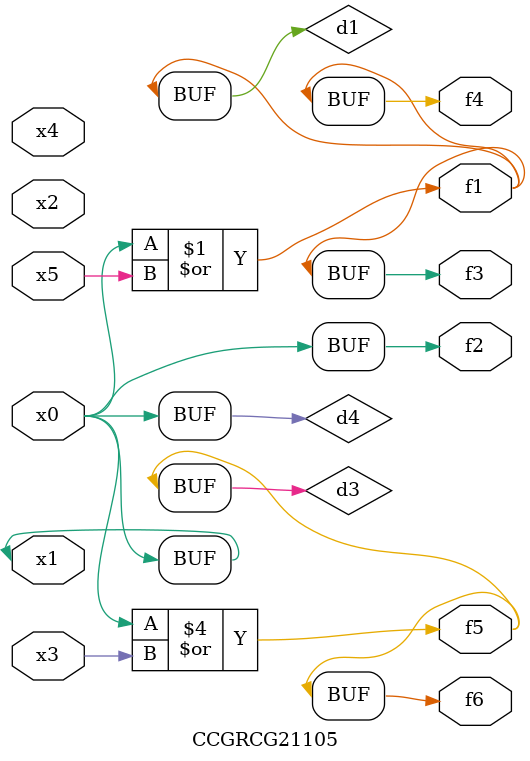
<source format=v>
module CCGRCG21105(
	input x0, x1, x2, x3, x4, x5,
	output f1, f2, f3, f4, f5, f6
);

	wire d1, d2, d3, d4;

	or (d1, x0, x5);
	xnor (d2, x1, x4);
	or (d3, x0, x3);
	buf (d4, x0, x1);
	assign f1 = d1;
	assign f2 = d4;
	assign f3 = d1;
	assign f4 = d1;
	assign f5 = d3;
	assign f6 = d3;
endmodule

</source>
